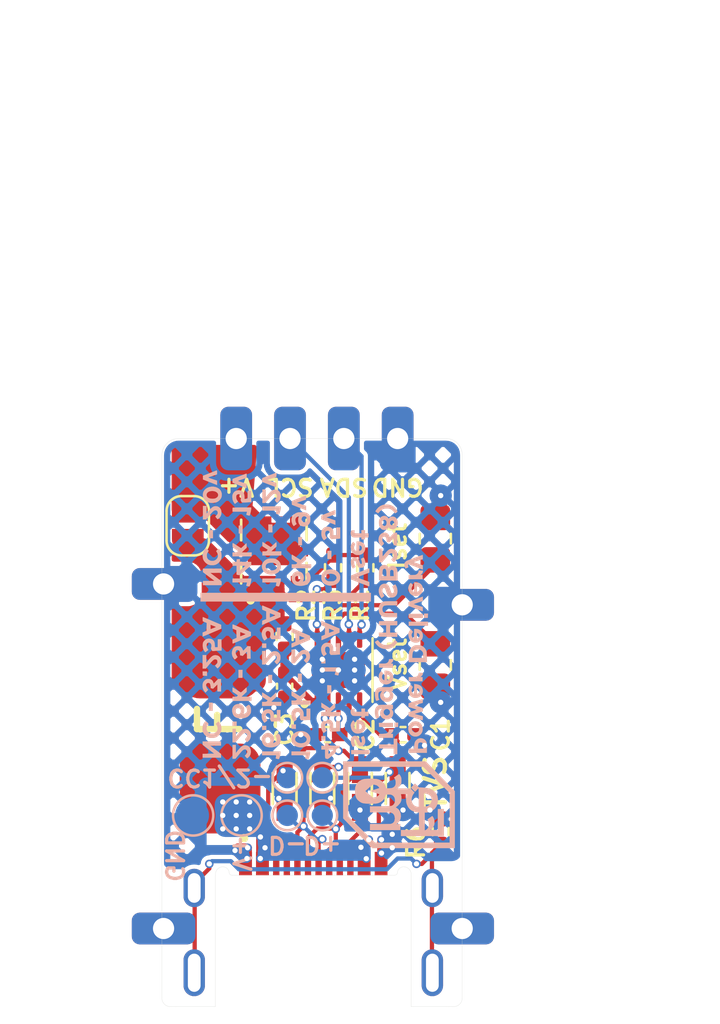
<source format=kicad_pcb>
(kicad_pcb (version 20211014) (generator pcbnew)
  (layers (0 "F.Cu" signal) (31 "B.Cu" signal) (34 "B.Paste" user) (35 "F.Paste" user) (36 "B.SilkS" user "B.Silkscreen") (37 "F.SilkS" user "F.Silkscreen") (38 "B.Mask" user) (39 "F.Mask" user) (44 "Edge.Cuts" user))
  (net 0 "")
  (net 1 "Net-(C1-Pad1)")
  (net 2 "Vdd")
  (net 3 "Net-(C2-Pad1)")
  (net 4 "Net-(C3-Pad1)")
  (net 5 "Net-(D1-Pad2)")
  (net 6 "Net-(D2-Pad2)")
  (net 7 "Net-(F1-Pad1)")
  (net 8 "Vss")
  (net 9 "SCL")
  (net 10 "SDA")
  (net 13 "Net-(J5-PadS1)")
  (net 14 "Net-(Q1-Pad4)")
  (net 15 "Net-(R3-Pad2)")
  (net 16 "Net-(R4-Pad1)")
  (net 17 "Net-(R5-Pad1)")
  (net 18 "Net-(F1-Pad2)")
  (footprint "_transistors:AON7403" (layer "F.Cu") (at 145.796 74.168 90)
    (fp_text reference "Q1" hide)
    (fp_text value "AON7403")
  )
  (footprint "_chips:Castellated_hole_2.54" (layer "F.Cu") (at 154.686 76.6936 180)
    (fp_text reference "J2" hide)
    (fp_text value "Conn_01x01_Female")
  )
  (footprint "Resistor_SMD:R_0402_1005Metric_Pad0.72x0.64mm_HandSolder" (layer "F.Cu") (at 153.67 87.376 90)
    (fp_text reference "R6")
    (fp_text value "1M")
  )
  (footprint "_usb:TYPE_C_GCT_USB4505-03-0-A" (layer "F.Cu") (at 147.657 94.0355)
    (fp_text reference "J5" hide)
    (fp_text value "USB_C_Receptacle_USB2.0")
    (fp_line (start -6.52 1.6) (end -4.62 1.6) (layer "Edge.Cuts") (width 0.01))
    (fp_line (start -3.82 -4.6) (end 3.82 -4.6) (layer "Edge.Cuts") (width 0.01))
    (fp_line (start 4.62 -4.6) (end 4.62 1.6) (layer "Edge.Cuts") (width 0.01))
    (fp_line (start 4.62 1.6) (end 6.36 1.6) (layer "Edge.Cuts") (width 0.01))
    (fp_line (start -4.62 1.6) (end -4.62 -4.6) (layer "Edge.Cuts") (width 0.01))
    (fp_arc (start -4.62 -4.6) (mid -4.540343 -4.86731) (end -4.295 -5) (layer "Edge.Cuts") (width 0.01))
    (fp_arc (start 3.97 -4.72) (mid 4.07451 -4.92731) (end 4.295 -5) (layer "Edge.Cuts") (width 0.01))
    (fp_arc (start -4.295 -5) (mid -4.07451 -4.92731) (end -3.97 -4.72) (layer "Edge.Cuts") (width 0.01))
    (fp_arc (start -3.82 -4.6) (mid -3.919853 -4.628934) (end -3.97 -4.72) (layer "Edge.Cuts") (width 0.01))
    (fp_arc (start 3.97 -4.72) (mid 3.919853 -4.628934) (end 3.82 -4.6) (layer "Edge.Cuts") (width 0.01))
    (fp_arc (start 4.295 -5) (mid 4.540343 -4.86731) (end 4.62 -4.6) (layer "Edge.Cuts") (width 0.01))
  )
  (footprint "Resistor_SMD:R_0402_1005Metric_Pad0.72x0.64mm_HandSolder" (layer "F.Cu") (at 146.304 78.1725 -90)
    (fp_text reference "R2")
    (fp_text value "10")
  )
  (footprint "_chips:HUSB238_Hynetek" (layer "F.Cu") (at 148.844 79.756 90)
    (fp_text reference "U1" hide)
    (fp_text value "HUSB238")
  )
  (footprint "Capacitor_SMD:C_0402_1005Metric_Pad0.74x0.62mm_HandSolder" (layer "F.Cu") (at 148.336 82.804 180)
    (fp_text reference "C2")
    (fp_text value "330pF")
  )
  (footprint "_chips:Castellated_hole_2.54" (layer "F.Cu") (at 149.098 68.834 90)
    (fp_text reference "SDA")
    (fp_text value "Conn_01x01_Female")
  )
  (footprint "_chips:Castellated_hole_2.54" (layer "F.Cu") (at 151.638 68.834 90)
    (fp_text reference "GND")
    (fp_text value "Conn_01x01_Female")
  )
  (footprint "_chips:Castellated_hole_2.54" (layer "F.Cu") (at 144.018 68.834 90)
    (fp_text reference "V+")
    (fp_text value "Conn_01x01_Female")
  )
  (footprint "Resistor_SMD:R_0805_2012Metric_Pad1.20x1.40mm_HandSolder" (layer "F.Cu") (at 153.416 73.5584 90)
    (fp_text reference "Iset")
    (fp_text value "Iset")
  )
  (footprint "_chips:ESD_PGB1010603MR" (layer "F.Cu") (at 149.86 85.344 90)
    (fp_text reference "D1" hide)
    (fp_text value "D_TVS")
  )
  (footprint "_chips:Castellated_hole_2.54" (layer "F.Cu") (at 146.558 68.834 90)
    (fp_text reference "SCL")
    (fp_text value "Conn_01x01_Female")
  )
  (footprint "_chips:ESD_PGB1010603MR" (layer "F.Cu") (at 151.638 85.344 90)
    (fp_text reference "D3" hide)
    (fp_text value "D_TVS")
  )
  (footprint "Resistor_SMD:R_0805_2012Metric_Pad1.20x1.40mm_HandSolder" (layer "F.Cu") (at 153.416 79.518 -90)
    (fp_text reference "Vset")
    (fp_text value "Vset")
  )
  (footprint "Jumper:SolderJumper-2_P1.3mm_Open_RoundedPad1.0x1.5mm" (layer "F.Cu") (at 141.732 72.9488 90)
    (fp_text reference "JP1" hide)
    (fp_text value "SolderJumper_2_Open")
  )
  (footprint "_chips:Castellated_hole_2.54" (layer "F.Cu") (at 154.686 91.948 180)
    (fp_text reference "J2" hide)
    (fp_text value "Conn_01x01_Female")
  )
  (footprint "Capacitor_SMD:C_0402_1005Metric_Pad0.74x0.62mm_HandSolder" (layer "F.Cu") (at 146.304 80.518 -90)
    (fp_text reference "C3")
    (fp_text value "1uF")
  )
  (footprint "Resistor_SMD:R_0402_1005Metric_Pad0.72x0.64mm_HandSolder" (layer "F.Cu") (at 148.59 74.93 -90)
    (fp_text reference "R3")
    (fp_text value "30k")
  )
  (footprint "_chips:Castellated_hole_2.54" (layer "F.Cu") (at 140.589 75.6942 180)
    (fp_text reference "J2" hide)
    (fp_text value "Conn_01x01_Female")
  )
  (footprint "_chips:Castellated_hole_2.54" (layer "F.Cu") (at 140.589 91.948 180)
    (fp_text reference "J2" hide)
    (fp_text value "Conn_01x01_Female")
  )
  (footprint "_chips:ESD_PGB1010603MR" (layer "F.Cu") (at 148.082 85.344 90)
    (fp_text reference "D2" hide)
    (fp_text value "D_TVS")
  )
  (footprint "_chips:ESD_PGB1010603MR" (layer "F.Cu") (at 146.304 85.344 90)
    (fp_text reference "D4" hide)
    (fp_text value "D_TVS")
  )
  (footprint "_chips:FuseHolder_1808" (layer "F.Cu") (at 143.256 82.159 90)
    (fp_text reference "F1" hide)
    (fp_text value "Fuse_Small")
  )
  (footprint "Capacitor_SMD:C_0402_1005Metric_Pad0.74x0.62mm_HandSolder" (layer "F.Cu") (at 151.892 82.804)
    (fp_text reference "C1")
    (fp_text value "330pF")
  )
  (footprint "silk:drawing" (layer "F.Cu") (at 147.127228 78.237122 -90)
    (fp_text reference "Ref**" hide)
    (fp_text value "Val**" hide)
  )
  (footprint "Resistor_SMD:R_0402_1005Metric_Pad0.72x0.64mm_HandSolder" (layer "F.Cu") (at 150.114 74.93 90)
    (fp_text reference "R1")
    (fp_text value "100k")
  )
  (footprint "TestPoint:TestPoint_Pad_D1.5mm" (layer "B.Cu") (at 144.272 86.614 180)
    (fp_text reference "V+")
    (fp_text value "TestPoint_Pad_D1.5mm")
  )
  (footprint "TestPoint:TestPoint_Pad_D1.0mm" (layer "B.Cu") (at 148.082 86.614 180)
    (fp_text reference "D+")
    (fp_text value "TestPoint_Pad_D1.0mm")
  )
  (footprint "TestPoint:TestPoint_Pad_D1.0mm" (layer "B.Cu") (at 146.431 84.836 180)
    (fp_text reference "CC1" hide)
    (fp_text value "TestPoint_Pad_D1.0mm")
  )
  (footprint "TestPoint:TestPoint_Pad_D1.0mm" (layer "B.Cu") (at 146.431 86.614 180)
    (fp_text reference "D-")
    (fp_text value "TestPoint_Pad_D1.0mm")
  )
  (footprint "TestPoint:TestPoint_Pad_D1.0mm" (layer "B.Cu") (at 148.082 84.836 180)
    (fp_text reference "CC1/2-")
    (fp_text value "TestPoint_Pad_D1.0mm")
  )
  (footprint "TestPoint:TestPoint_Pad_D1.5mm" (layer "B.Cu") (at 141.986 86.614 180)
    (fp_text reference "GND")
    (fp_text value "TestPoint_Pad_D1.5mm")
  )
  (gr_line (start 153.924 68.834001) (end 141.3355 68.834) (layer "Edge.Cuts") (width 0.01))
  (gr_arc (start 140.897 95.6355) (mid 140.615401 95.500839) (end 140.5115 95.2065) (layer "Edge.Cuts") (width 0.01))
  (gr_line (start 154.017 95.6355) (end 154.257 95.6355) (layer "Edge.Cuts") (width 0.01))
  (gr_arc (start 153.924 68.834001) (mid 154.462815 69.057186) (end 154.686 69.596001) (layer "Edge.Cuts") (width 0.01))
  (gr_arc (start 154.686 95.25) (mid 154.55134 95.531598) (end 154.257 95.6355) (layer "Edge.Cuts") (width 0.01))
  (gr_arc (start 140.5115 69.596) (mid 140.765685 69.044345) (end 141.3355 68.834) (layer "Edge.Cuts") (width 0.01))
  (gr_line (start 140.897 95.6355) (end 141.137 95.6355) (layer "Edge.Cuts") (width 0.01))
  (gr_line (start 140.5115 95.2065) (end 140.5115 69.596) (layer "Edge.Cuts") (width 0.01))
  (gr_line (start 154.686 95.25) (end 154.686 69.596001) (layer "Edge.Cuts") (width 0.01))
  (gr_text "TVS" (at 153.416 85.09 90) (layer "F.SilkS") (effects (font (size 1 1) (thickness 0.2))))
  (segment (start 149.407 87.829) (end 149.407 88.8855) (width 0.2) (layer "F.Cu") (net 1))
  (segment (start 151.257 84.57025) (end 150.749 85.07825) (width 0.2) (layer "F.Cu") (net 1))
  (segment (start 150.749 87.039511) (end 150.539511 87.249) (width 0.2) (layer "F.Cu") (net 1))
  (segment (start 151.638 84.4315) (end 151.638 83.1175) (width 0.2) (layer "F.Cu") (net 1))
  (segment (start 149.844 81.83848) (end 149.844 81.2185) (width 0.2) (layer "F.Cu") (net 1))
  (segment (start 151.3245 82.804) (end 150.80952 82.804) (width 0.2) (layer "F.Cu") (net 1))
  (segment (start 151.49925 84.57025) (end 151.638 84.4315) (width 0.2) (layer "F.Cu") (net 1))
  (segment (start 149.987 87.249) (end 149.407 87.829) (width 0.2) (layer "F.Cu") (net 1))
  (segment (start 151.257 84.57025) (end 151.49925 84.57025) (width 0.2) (layer "F.Cu") (net 1))
  (segment (start 151.638 83.1175) (end 151.3245 82.804) (width 0.2) (layer "F.Cu") (net 1))
  (segment (start 150.539511 87.249) (end 149.987 87.249) (width 0.2) (layer "F.Cu") (net 1))
  (segment (start 150.749 85.07825) (end 150.749 87.039511) (width 0.2) (layer "F.Cu") (net 1))
  (segment (start 150.80952 82.804) (end 149.844 81.83848) (width 0.2) (layer "F.Cu") (net 1))
  (via (at 151.257 84.57025) (size 0.4) (drill 0.25) (layers "F.Cu" "B.Cu") (net 1))
  (segment (start 151.257 84.57025) (end 150.99125 84.836) (width 0.2) (layer "B.Cu") (net 1))
  (segment (start 150.99125 84.836) (end 148.082 84.836) (width 0.2) (layer "B.Cu") (net 1))
  (segment (start 144.5575 88.138) (end 144.5575 88.6145) (width 0.4) (layer "F.Cu") (net 2))
  (segment (start 151.384 87.503) (end 151.13 87.757) (width 0.4) (layer "F.Cu") (net 2))
  (segment (start 153.416 80.518) (end 153.416 81.026) (width 0.2) (layer "F.Cu") (net 2))
  (segment (start 151.384 88.138) (end 151.384 87.503) (width 0.4) (layer "F.Cu") (net 2))
  (segment (start 151.13 88.138) (end 150.876 88.392) (width 0.4) (layer "F.Cu") (net 2))
  (segment (start 152.4595 82.8635) (end 152.908 83.312) (width 0.2) (layer "F.Cu") (net 2))
  (segment (start 153.67 86.7785) (end 153.5805 86.7785) (width 0.2) (layer "F.Cu") (net 2))
  (segment (start 144.214442 88.519) (end 144.399 88.519) (width 0.4) (layer "F.Cu") (net 2))
  (segment (start 151.384 88.138) (end 151.13 88.138) (width 0.4) (layer "F.Cu") (net 2))
  (segment (start 145.796 81.534) (end 145.8555 81.534) (width 0.2) (layer "F.Cu") (net 2))
  (segment (start 143.962942 88.2675) (end 144.214442 88.519) (width 0.4) (layer "F.Cu") (net 2))
  (segment (start 144.5575 88.6145) (end 144.526 88.646) (width 0.4) (layer "F.Cu") (net 2))
  (segment (start 145.8555 81.534) (end 146.304 81.0855) (width 0.2) (layer "F.Cu") (net 2))
  (segment (start 150.876 87.757) (end 150.876 88.392) (width 0.4) (layer "F.Cu") (net 2))
  (segment (start 152.4595 82.804) (end 152.4595 82.8635) (width 0.2) (layer "F.Cu") (net 2))
  (segment (start 147.7685 82.804) (end 147.066 82.804) (width 0.2) (layer "F.Cu") (net 2))
  (segment (start 144.092442 88.138) (end 143.962942 88.2675) (width 0.4) (layer "F.Cu") (net 2))
  (segment (start 153.416 72.5584) (end 153.416 71.7804) (width 0.2) (layer "F.Cu") (net 2))
  (segment (start 153.416 81.026) (end 153.67 81.28) (width 0.2) (layer "F.Cu") (net 2))
  (segment (start 153.416 71.7804) (end 153.67 71.5264) (width 0.2) (layer "F.Cu") (net 2))
  (segment (start 144.5575 88.138) (end 144.092442 88.138) (width 0.4) (layer "F.Cu") (net 2))
  (segment (start 144.399 88.519) (end 144.526 88.646) (width 0.4) (layer "F.Cu") (net 2))
  (segment (start 151.13 87.757) (end 150.876 87.757) (width 0.4) (layer "F.Cu") (net 2))
  (segment (start 153.5805 86.7785) (end 153.162 86.36) (width 0.2) (layer "F.Cu") (net 2))
  (via (at 147.066 82.804) (size 0.4) (drill 0.25) (layers "F.Cu" "B.Cu") (net 2))
  (via (at 150.876 87.757) (size 0.4) (drill 0.25) (layers "F.Cu" "B.Cu") (net 2))
  (via (at 144.526 88.646) (size 0.4) (drill 0.25) (layers "F.Cu" "B.Cu") (net 2))
  (via (at 150.876 88.392) (size 0.4) (drill 0.25) (layers "F.Cu" "B.Cu") (net 2))
  (via (at 144.5575 88.138) (size 0.4) (drill 0.25) (layers "F.Cu" "B.Cu") (net 2))
  (via (at 153.67 81.28) (size 0.4) (drill 0.25) (layers "F.Cu" "B.Cu") (net 2))
  (via (at 148.844 79.756) (size 0.4) (drill 0.25) (layers "F.Cu" "B.Cu") (net 2))
  (via (at 149.606 79.248) (size 0.4) (drill 0.25) (layers "F.Cu" "B.Cu") (net 2))
  (via (at 148.4715 85.803204) (size 0.4) (drill 0.25) (layers "F.Cu" "B.Cu") (net 2))
  (via (at 152.908 83.312) (size 0.4) (drill 0.25) (layers "F.Cu" "B.Cu") (net 2))
  (via (at 149.606 80.264) (size 0.4) (drill 0.25) (layers "F.Cu" "B.Cu") (net 2))
  (via (at 148.082 79.248) (size 0.4) (drill 0.25) (layers "F.Cu" "B.Cu") (net 2))
  (via (at 153.162 86.36) (size 0.4) (drill 0.25) (layers "F.Cu" "B.Cu") (net 2))
  (via (at 145.796 81.534) (size 0.4) (drill 0.25) (layers "F.Cu" "B.Cu") (net 2))
  (via (at 149.606 79.756) (size 0.4) (drill 0.25) (layers "F.Cu" "B.Cu") (net 2))
  (via (at 151.384 87.503) (size 0.4) (drill 0.25) (layers "F.Cu" "B.Cu") (net 2))
  (via (at 149.86 86.36) (size 0.4) (drill 0.25) (layers "F.Cu" "B.Cu") (net 2))
  (via (at 153.67 71.5264) (size 0.4) (drill 0.25) (layers "F.Cu" "B.Cu") (net 2))
  (via (at 151.892 86.36) (size 0.4) (drill 0.25) (layers "F.Cu" "B.Cu") (net 2))
  (via (at 148.082 79.756) (size 0.4) (drill 0.25) (layers "F.Cu" "B.Cu") (net 2))
  (via (at 151.384 88.138) (size 0.4) (drill 0.25) (layers "F.Cu" "B.Cu") (net 2))
  (via (at 146.02898 85.809338) (size 0.4) (drill 0.25) (layers "F.Cu" "B.Cu") (net 2))
  (via (at 148.082 80.264) (size 0.4) (drill 0.25) (layers "F.Cu" "B.Cu") (net 2))
  (via (at 143.962942 88.2675) (size 0.4) (drill 0.25) (layers "F.Cu" "B.Cu") (net 2))
  (segment (start 149.344 82.3635) (end 149.344 81.2185) (width 0.2) (layer "F.Cu") (net 3))
  (segment (start 148.9035 82.804) (end 149.344 82.3635) (width 0.2) (layer "F.Cu") (net 3))
  (segment (start 146.22875 84.50675) (end 145.52948 85.20602) (width 0.2) (layer "F.Cu") (net 3))
  (segment (start 146.407 88.114) (end 146.407 88.8855) (width 0.2) (layer "F.Cu") (net 3))
  (segment (start 145.52948 85.20602) (end 145.52948 87.23648) (width 0.2) (layer "F.Cu") (net 3))
  (segment (start 148.9035 82.804) (end 148.2685 83.439) (width 0.2) (layer "F.Cu") (net 3))
  (segment (start 145.52948 87.23648) (end 146.407 88.114) (width 0.2) (layer "F.Cu") (net 3))
  (segment (start 148.2685 83.439) (end 147.2965 83.439) (width 0.2) (layer "F.Cu") (net 3))
  (segment (start 146.22875 84.50675) (end 146.304 84.4315) (width 0.2) (layer "F.Cu") (net 3))
  (segment (start 147.2965 83.439) (end 146.304 84.4315) (width 0.2) (layer "F.Cu") (net 3))
  (via (at 146.22875 84.50675) (size 0.4) (drill 0.25) (layers "F.Cu" "B.Cu") (net 3))
  (segment (start 146.304 79.9505) (end 147.572 81.2185) (width 0.3) (layer "F.Cu") (net 4))
  (segment (start 147.572 81.2185) (end 147.844 81.2185) (width 0.3) (layer "F.Cu") (net 4))
  (segment (start 146.304 78.77) (end 146.304 79.9505) (width 0.4) (layer "F.Cu") (net 4))
  (segment (start 148.209 82.042) (end 148.344 81.907) (width 0.2) (layer "F.Cu") (net 5))
  (segment (start 148.717 87.908989) (end 148.407 88.218989) (width 0.2) (layer "F.Cu") (net 5))
  (segment (start 148.971 86.995) (end 148.717 87.249) (width 0.2) (layer "F.Cu") (net 5))
  (segment (start 149.86 84.4315) (end 148.971 85.3205) (width 0.2) (layer "F.Cu") (net 5))
  (segment (start 148.717 87.249) (end 148.717 87.908989) (width 0.2) (layer "F.Cu") (net 5))
  (segment (start 147.843607 87.233393) (end 148.701393 87.233393) (width 0.2) (layer "F.Cu") (net 5))
  (segment (start 148.84595 83.56795) (end 149.109469 83.56795) (width 0.2) (layer "F.Cu") (net 5))
  (segment (start 147.407 88.8855) (end 147.407 87.67) (width 0.2) (layer "F.Cu") (net 5))
  (segment (start 148.407 88.218989) (end 148.407 88.8855) (width 0.2) (layer "F.Cu") (net 5))
  (segment (start 148.971 85.3205) (end 148.971 86.995) (width 0.2) (layer "F.Cu") (net 5))
  (segment (start 148.344 81.907) (end 148.344 81.2185) (width 0.2) (layer "F.Cu") (net 5))
  (segment (start 148.701393 87.233393) (end 148.717 87.249) (width 0.2) (layer "F.Cu") (net 5))
  (segment (start 147.407 87.67) (end 147.843607 87.233393) (width 0.2) (layer "F.Cu") (net 5))
  (segment (start 149.109469 83.56795) (end 149.86 84.318481) (width 0.2) (layer "F.Cu") (net 5))
  (segment (start 149.86 84.318481) (end 149.86 84.4315) (width 0.2) (layer "F.Cu") (net 5))
  (via (at 148.84595 83.56795) (size 0.4) (drill 0.25) (layers "F.Cu" "B.Cu") (net 5))
  (via (at 148.209 82.042) (size 0.4) (drill 0.25) (layers "F.Cu" "B.Cu") (net 5))
  (via (at 148.717 87.249) (size 0.4) (drill 0.25) (layers "F.Cu" "B.Cu") (net 5))
  (segment (start 148.209 82.931) (end 148.209 82.042) (width 0.2) (layer "B.Cu") (net 5))
  (segment (start 148.84595 83.56795) (end 148.209 82.931) (width 0.2) (layer "B.Cu") (net 5))
  (segment (start 148.717 87.249) (end 148.082 86.614) (width 0.2) (layer "B.Cu") (net 5))
  (segment (start 146.907 87.408) (end 146.907 88.8855) (width 0.2) (layer "F.Cu") (net 6))
  (segment (start 147.907 87.907904) (end 147.907 88.8855) (width 0.2) (layer "F.Cu") (net 6))
  (segment (start 147.193 87.122) (end 146.907 87.408) (width 0.2) (layer "F.Cu") (net 6))
  (segment (start 147.193 85.3205) (end 148.082 84.4315) (width 0.2) (layer "F.Cu") (net 6))
  (segment (start 148.1855 84.328) (end 148.082 84.4315) (width 0.2) (layer "F.Cu") (net 6))
  (segment (start 148.8445 82.042) (end 148.844 82.0415) (width 0.2) (layer "F.Cu") (net 6))
  (segment (start 148.844 84.328) (end 148.1855 84.328) (width 0.2) (layer "F.Cu") (net 6))
  (segment (start 148.844 82.0415) (end 148.844 81.2185) (width 0.2) (layer "F.Cu") (net 6))
  (segment (start 148.082 87.732904) (end 147.907 87.907904) (width 0.2) (layer "F.Cu") (net 6))
  (segment (start 147.193 87.122) (end 147.193 85.3205) (width 0.2) (layer "F.Cu") (net 6))
  (via (at 148.844 84.328) (size 0.4) (drill 0.25) (layers "F.Cu" "B.Cu") (net 6))
  (via (at 148.8445 82.042) (size 0.4) (drill 0.25) (layers "F.Cu" "B.Cu") (net 6))
  (via (at 147.193 87.122) (size 0.4) (drill 0.25) (layers "F.Cu" "B.Cu") (net 6))
  (via (at 148.082 87.732904) (size 0.4) (drill 0.25) (layers "F.Cu" "B.Cu") (net 6))
  (segment (start 149.479 83.97037) (end 149.12137 84.328) (width 0.2) (layer "B.Cu") (net 6))
  (segment (start 149.12137 84.328) (end 148.844 84.328) (width 0.2) (layer "B.Cu") (net 6))
  (segment (start 148.8445 82.042) (end 148.8445 82.6775) (width 0.2) (layer "B.Cu") (net 6))
  (segment (start 146.939 87.122) (end 146.431 86.614) (width 0.2) (layer "B.Cu") (net 6))
  (segment (start 148.082 87.732904) (end 147.803904 87.732904) (width 0.2) (layer "B.Cu") (net 6))
  (segment (start 149.479 83.312) (end 149.479 83.97037) (width 0.2) (layer "B.Cu") (net 6))
  (segment (start 147.193 87.122) (end 146.939 87.122) (width 0.2) (layer "B.Cu") (net 6))
  (segment (start 148.8445 82.6775) (end 149.479 83.312) (width 0.2) (layer "B.Cu") (net 6))
  (segment (start 147.803904 87.732904) (end 147.193 87.122) (width 0.2) (layer "B.Cu") (net 6))
  (segment (start 145.161 87.63) (end 145.161 88.641502) (width 0.4) (layer "F.Cu") (net 7))
  (segment (start 150.2765 87.757) (end 150.157498 87.876002) (width 0.4) (layer "F.Cu") (net 7))
  (segment (start 150.157498 87.876002) (end 150.157498 88.6545) (width 0.4) (layer "F.Cu") (net 7))
  (segment (start 145.161 88.641502) (end 145.156502 88.646) (width 0.4) (layer "F.Cu") (net 7))
  (via (at 143.383 86.614) (size 0.4) (drill 0.25) (layers "F.Cu" "B.Cu") (net 7))
  (via (at 150.2765 87.757) (size 0.4) (drill 0.25) (layers "F.Cu" "B.Cu") (net 7))
  (via (at 144.653 86.614) (size 0.4) (drill 0.25) (layers "F.Cu" "B.Cu") (net 7))
  (via (at 145.156502 88.646) (size 0.4) (drill 0.25) (layers "F.Cu" "B.Cu") (net 7))
  (via (at 143.383 85.979) (size 0.4) (drill 0.25) (layers "F.Cu" "B.Cu") (net 7))
  (via (at 144.018 86.614) (size 0.4) (drill 0.25) (layers "F.Cu" "B.Cu") (net 7))
  (via (at 143.383 87.249) (size 0.4) (drill 0.25) (layers "F.Cu" "B.Cu") (net 7))
  (via (at 144.653 85.979) (size 0.4) (drill 0.25) (layers "F.Cu" "B.Cu") (net 7))
  (via (at 145.377386 88.138) (size 0.4) (drill 0.25) (layers "F.Cu" "B.Cu") (net 7))
  (via (at 149.9065 88.117349) (size 0.4) (drill 0.25) (layers "F.Cu" "B.Cu") (net 7))
  (via (at 150.157498 88.6545) (size 0.4) (drill 0.25) (layers "F.Cu" "B.Cu") (net 7))
  (via (at 144.018 85.979) (size 0.4) (drill 0.25) (layers "F.Cu" "B.Cu") (net 7))
  (via (at 144.018 87.249) (size 0.4) (drill 0.25) (layers "F.Cu" "B.Cu") (net 7))
  (via (at 144.653 87.249) (size 0.4) (drill 0.25) (layers "F.Cu" "B.Cu") (net 7))
  (via (at 145.161 87.63) (size 0.4) (drill 0.25) (layers "F.Cu" "B.Cu") (net 7))
  (segment (start 150.266849 87.757) (end 149.9065 88.117349) (width 0.4) (layer "B.Cu") (net 7))
  (segment (start 150.2765 87.757) (end 150.266849 87.757) (width 0.4) (layer "B.Cu") (net 7))
  (segment (start 145.161 73.787) (end 143.002 71.628) (width 2) (layer "F.Cu") (net 8))
  (segment (start 145.542 73.787) (end 145.161 73.787) (width 2) (layer "F.Cu") (net 8))
  (segment (start 149.334401 77.596443) (end 149.344 77.606042) (width 0.2) (layer "F.Cu") (net 9))
  (segment (start 149.344 77.606042) (end 149.344 78.2935) (width 0.2) (layer "F.Cu") (net 9))
  (via (at 149.334401 77.596443) (size 0.4) (drill 0.25) (layers "F.Cu" "B.Cu") (net 9))
  (segment (start 149.334401 71.610401) (end 146.658021 68.934021) (width 0.2) (layer "B.Cu") (net 9))
  (segment (start 146.658021 68.934021) (end 146.558 68.934021) (width 0.2) (layer "B.Cu") (net 9))
  (segment (start 149.334401 77.596443) (end 149.334401 71.610401) (width 0.2) (layer "B.Cu") (net 9))
  (segment (start 149.933603 77.615401) (end 149.844 77.705004) (width 0.2) (layer "F.Cu") (net 10))
  (segment (start 149.844 77.705004) (end 149.844 78.2935) (width 0.2) (layer "F.Cu") (net 10))
  (via (at 149.933603 77.615401) (size 0.4) (drill 0.25) (layers "F.Cu" "B.Cu") (net 10))
  (segment (start 149.933603 77.615401) (end 149.933603 69.669603) (width 0.2) (layer "B.Cu") (net 10))
  (segment (start 149.933603 69.669603) (end 149.198021 68.934021) (width 0.2) (layer "B.Cu") (net 10))
  (segment (start 149.198021 68.934021) (end 149.098 68.934021) (width 0.2) (layer "B.Cu") (net 10))
  (segment (start 142.748 89.116) (end 142.057 89.807) (width 0.2) (layer "F.Cu") (net 13))
  (segment (start 142.748 88.9) (end 142.748 89.116) (width 0.2) (layer "F.Cu") (net 13))
  (segment (start 152.527 88.9) (end 152.781 88.9) (width 0.2) (layer "F.Cu") (net 13))
  (segment (start 153.257 93.807) (end 153.257 89.807) (width 0.2) (layer "F.Cu") (net 13))
  (segment (start 153.67 87.9735) (end 153.257 88.3865) (width 0.2) (layer "F.Cu") (net 13))
  (segment (start 142.057 93.807) (end 142.057 89.807) (width 0.2) (layer "F.Cu") (net 13))
  (segment (start 153.257 88.424) (end 153.257 88.3865) (width 0.2) (layer "F.Cu") (net 13))
  (segment (start 152.781 88.9) (end 153.257 88.424) (width 0.2) (layer "F.Cu") (net 13))
  (segment (start 153.257 88.3865) (end 153.257 89.807) (width 0.2) (layer "F.Cu") (net 13))
  (via (at 142.748 88.9) (size 0.4) (drill 0.25) (layers "F.Cu" "B.Cu") (net 13))
  (via (at 152.527 88.9) (size 0.4) (drill 0.25) (layers "F.Cu" "B.Cu") (net 13))
  (segment (start 143.764 88.773) (end 144.145 89.154) (width 0.2) (layer "B.Cu") (net 13))
  (segment (start 151.638 88.646) (end 152.273 88.646) (width 0.2) (layer "B.Cu") (net 13))
  (segment (start 152.273 88.646) (end 152.527 88.9) (width 0.2) (layer "B.Cu") (net 13))
  (segment (start 142.875 88.773) (end 143.764 88.773) (width 0.2) (layer "B.Cu") (net 13))
  (segment (start 151.13 89.154) (end 151.638 88.646) (width 0.2) (layer "B.Cu") (net 13))
  (segment (start 144.145 89.154) (end 151.13 89.154) (width 0.2) (layer "B.Cu") (net 13))
  (segment (start 142.748 88.9) (end 142.875 88.773) (width 0.2) (layer "B.Cu") (net 13))
  (segment (start 148.59 74.3325) (end 148.59 74.422) (width 0.2) (layer "F.Cu") (net 14))
  (segment (start 147.444 75.568) (end 146.771 75.568) (width 0.2) (layer "F.Cu") (net 14))
  (segment (start 148.59 74.422) (end 147.444 75.568) (width 0.2) (layer "F.Cu") (net 14))
  (segment (start 150.114 74.3325) (end 148.59 74.3325) (width 0.2) (layer "F.Cu") (net 14))
  (segment (start 147.844 77.613) (end 147.828 77.597) (width 0.2) (layer "F.Cu") (net 15))
  (segment (start 148.1715 75.946) (end 148.59 75.5275) (width 0.2) (layer "F.Cu") (net 15))
  (segment (start 147.844 78.2935) (end 147.844 77.613) (width 0.2) (layer "F.Cu") (net 15))
  (segment (start 147.828 75.946) (end 148.1715 75.946) (width 0.2) (layer "F.Cu") (net 15))
  (via (at 147.828 75.946) (size 0.4) (drill 0.25) (layers "F.Cu" "B.Cu") (net 15))
  (via (at 147.828 77.597) (size 0.4) (drill 0.25) (layers "F.Cu" "B.Cu") (net 15))
  (segment (start 147.828 77.597) (end 147.828 75.946) (width 0.2) (layer "B.Cu") (net 15))
  (segment (start 149.127496 77.096932) (end 151.994932 77.096932) (width 0.2) (layer "F.Cu") (net 16))
  (segment (start 148.83489 78.28439) (end 148.83489 77.389538) (width 0.2) (layer "F.Cu") (net 16))
  (segment (start 148.844 78.2935) (end 148.83489 78.28439) (width 0.2) (layer "F.Cu") (net 16))
  (segment (start 151.994932 77.096932) (end 153.416 78.518) (width 0.2) (layer "F.Cu") (net 16))
  (segment (start 148.83489 77.389538) (end 149.127496 77.096932) (width 0.2) (layer "F.Cu") (net 16))
  (segment (start 148.344 77.315422) (end 148.96201 76.697412) (width 0.2) (layer "F.Cu") (net 17))
  (segment (start 153.416 74.7776) (end 153.416 74.5584) (width 0.2) (layer "F.Cu") (net 17))
  (segment (start 148.96201 76.697412) (end 151.496188 76.697412) (width 0.2) (layer "F.Cu") (net 17))
  (segment (start 151.496188 76.697412) (end 153.416 74.7776) (width 0.2) (layer "F.Cu") (net 17))
  (segment (start 148.344 78.2935) (end 148.344 77.315422) (width 0.2) (layer "F.Cu") (net 17))
  (segment (start 148.796524 76.297892) (end 148.640416 76.454) (width 0.2) (layer "F.Cu") (net 18))
  (segment (start 148.640416 76.454) (end 146.557 76.454) (width 0.2) (layer "F.Cu") (net 18))
  (segment (start 150.114 75.5275) (end 149.343608 76.297892) (width 0.2) (layer "F.Cu") (net 18))
  (segment (start 149.343608 76.297892) (end 148.796524 76.297892) (width 0.2) (layer "F.Cu") (net 18))
  (segment (start 146.557 76.454) (end 146.121 76.018) (width 0.2) (layer "F.Cu") (net 18))
  (segment (start 146.121 76.018) (end 146.121 75.568) (width 0.2) (layer "F.Cu") (net 18))
  (zone (net 18) (net_name "Net-(F1-Pad2)") (layer "F.Cu") (connect_pads yes (clearance 0.3)) (min_thickness 0.2) (fill yes (thermal_gap 0.508) (thermal_bridge_width 0.508) (smoothing fillet) (radius 0.5))
    (polygon (pts (xy 144.399 75.311) (xy 146.304 75.311) (xy 146.304 77.978) (xy 145.415 78.486) (xy 145.415 80.772) (xy 140.97 80.772) (xy 140.97 73.533) (xy 142.621 73.533)))
  )
  (zone (net 8) (net_name "Vss") (layer "F.Cu") (connect_pads yes (clearance 0.3)) (min_thickness 0.2) (fill yes (thermal_gap 0.508) (thermal_bridge_width 0.508) (smoothing fillet) (radius 0.5))
    (polygon (pts (xy 144.78 72.136) (xy 147.447 72.136) (xy 147.447 74.803) (xy 144.7292 74.803) (xy 142.621 72.6948) (xy 140.97 72.6948) (xy 140.97 68.834) (xy 145.034 68.834)))
  )
  (zone (net 2) (net_name "Vdd") (layer "B.Cu") (connect_pads yes (clearance 0.1)) (min_thickness 0.2) (fill yes (mode hatch) (thermal_gap 0.508) (thermal_bridge_width 0.508) (smoothing fillet) (radius 0.5) (hatch_thickness 0.3) (hatch_gap 0.6) (hatch_orientation 45) (hatch_smoothing_level 2) (hatch_smoothing_value 0.1) (hatch_border_algorithm hatch_thickness) (hatch_min_hole_area 0.3))
    (polygon (pts (xy 154.94 88.773) (xy 150.876 88.773) (xy 150.876 87.376) (xy 147.701 87.376) (xy 145.288 85.217) (xy 142.621 85.217) (xy 142.621 88.011) (xy 144.653 88.011) (xy 144.653 89.154) (xy 140.081 89.154) (xy 140.081 68.58) (xy 154.94 68.58)))
  )
  (zone (net 7) (net_name "Net-(F1-Pad1)") (layer "B.Cu") (connect_pads yes (clearance 0.3)) (min_thickness 0.2) (fill yes (thermal_gap 0.508) (thermal_bridge_width 0.508) (smoothing fillet) (radius 0.5))
    (polygon (pts (xy 150.368 89.281) (xy 145.034 89.281) (xy 145.034 88.392) (xy 145.034 87.63) (xy 143.002 87.63) (xy 143.002 85.598) (xy 145.034 85.598) (xy 147.32 87.757) (xy 150.368 87.757)))
  )
)
</source>
